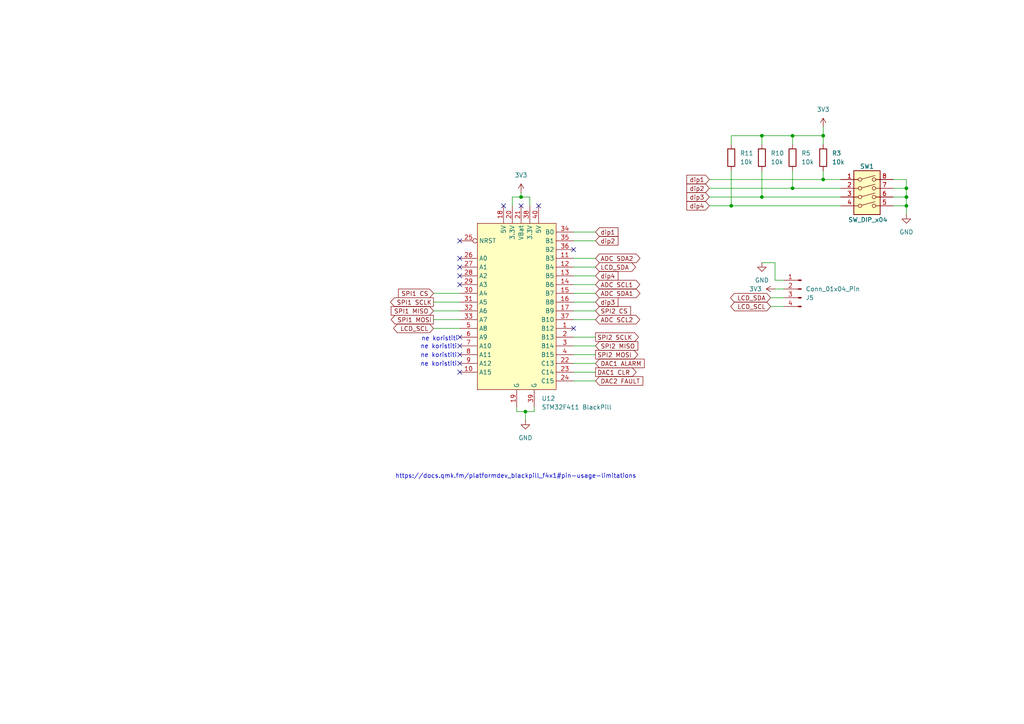
<source format=kicad_sch>
(kicad_sch (version 20250114) (generator "eeschema") (generator_version "9.0")
  (paper "A4")
  (title_block (date "2025-05-20") (rev "V1") (company "TVZ"))
  (lib_symbols
    (symbol "Connector:Conn_01x04_Pin" (pin_names (offset 1.016) (hide yes))
      (property "Reference" "J" (at 0 5.08 0))
      (property "Value" "Conn_01x04_Pin" (at 0 -7.62 0))
      (symbol "Conn_01x04_Pin_1_1"
        (rectangle (start 0.8636 2.667) (end 0 2.413) (stroke (width 0.1524)) (fill (type outline)))
        (rectangle (start 0.8636 0.127) (end 0 -0.127) (stroke (width 0.1524)) (fill (type outline)))
        (rectangle (start 0.8636 -2.413) (end 0 -2.667) (stroke (width 0.1524)) (fill (type outline)))
        (rectangle (start 0.8636 -4.953) (end 0 -5.207) (stroke (width 0.1524)) (fill (type outline)))
        (polyline (pts (xy 1.27 2.54) (xy 0.8636 2.54)) (stroke (width 0.1524)))
        (polyline (pts (xy 1.27 0) (xy 0.8636 0)) (stroke (width 0.1524)))
        (polyline (pts (xy 1.27 -2.54) (xy 0.8636 -2.54)) (stroke (width 0.1524)))
        (polyline (pts (xy 1.27 -5.08) (xy 0.8636 -5.08)) (stroke (width 0.1524)))
        (pin passive line (at 5.08 2.54 180) (length 3.81) (name "Pin_1") (number "1"))
        (pin passive line (at 5.08 0 180) (length 3.81) (name "Pin_2") (number "2"))
        (pin passive line (at 5.08 -2.54 180) (length 3.81) (name "Pin_3") (number "3"))
        (pin passive line (at 5.08 -5.08 180) (length 3.81) (name "Pin_4") (number "4"))
      )
    )
    (symbol "Device:R" (pin_numbers (hide yes)) (pin_names (offset 0))
      (property "Reference" "R" (at 2.032 0 90))
      (property "Value" "R" (at 0 0 90))
      (symbol "R_0_1"
        (rectangle (start -1.016 -2.54) (end 1.016 2.54) (stroke (width 0.254)))
      )
      (symbol "R_1_1"
        (pin passive line (at 0 3.81 270) (length 1.27) (name "~") (number "1"))
        (pin passive line (at 0 -3.81 90) (length 1.27) (name "~") (number "2"))
      )
    )
    (symbol "Switch:SW_DIP_x04" (pin_names (offset 0) (hide yes))
      (property "Reference" "SW" (at 0 8.89 0))
      (property "Value" "SW_DIP_x04" (at 0 -6.35 0))
      (symbol "SW_DIP_x04_0_0"
        (circle (center -2.032 5.08) (radius 0.508))
        (circle (center -2.032 2.54) (radius 0.508))
        (circle (center -2.032 0) (radius 0.508))
        (circle (center -2.032 -2.54) (radius 0.508))
        (polyline (pts (xy -1.524 5.207) (xy 2.3622 6.2484)))
        (polyline (pts (xy -1.524 2.667) (xy 2.3622 3.7084)))
        (polyline (pts (xy -1.524 0.127) (xy 2.3622 1.1684)))
        (polyline (pts (xy -1.524 -2.3876) (xy 2.3622 -1.3462)))
        (circle (center 2.032 5.08) (radius 0.508))
        (circle (center 2.032 2.54) (radius 0.508))
        (circle (center 2.032 0) (radius 0.508))
        (circle (center 2.032 -2.54) (radius 0.508))
      )
      (symbol "SW_DIP_x04_0_1"
        (rectangle (start -3.81 7.62) (end 3.81 -5.08) (stroke (width 0.254)) (fill (type background)))
      )
      (symbol "SW_DIP_x04_1_1"
        (pin passive line (at -7.62 5.08 0) (length 5.08) (name "~") (number "1"))
        (pin passive line (at -7.62 2.54 0) (length 5.08) (name "~") (number "2"))
        (pin passive line (at -7.62 0 0) (length 5.08) (name "~") (number "3"))
        (pin passive line (at -7.62 -2.54 0) (length 5.08) (name "~") (number "4"))
        (pin passive line (at 7.62 5.08 180) (length 5.08) (name "~") (number "8"))
        (pin passive line (at 7.62 2.54 180) (length 5.08) (name "~") (number "7"))
        (pin passive line (at 7.62 0 180) (length 5.08) (name "~") (number "6"))
        (pin passive line (at 7.62 -2.54 180) (length 5.08) (name "~") (number "5"))
      )
    )
    (symbol "power:+3V3" (power) (pin_numbers (hide yes)) (pin_names (offset 0) (hide yes))
      (property "Value" "+3V3" (at 0 3.556 0))
      (symbol "+3V3_0_1"
        (polyline (pts (xy -0.762 1.27) (xy 0 2.54)))
        (polyline (pts (xy 0 2.54) (xy 0.762 1.27)))
        (polyline (pts (xy 0 0) (xy 0 2.54)))
      )
      (symbol "+3V3_1_1"
        (pin power_in line (at 0 0 90) (length 0) (name "~") (number "1"))
      )
    )
    (symbol "power:GND" (power) (pin_numbers (hide yes)) (pin_names (offset 0) (hide yes))
      (property "Value" "GND" (at 0 -3.81 0))
      (symbol "GND_0_1"
        (polyline (pts (xy 0 0) (xy 0 -1.27) (xy 1.27 -1.27) (xy 0 -2.54) (xy -1.27 -1.27) (xy 0 -1.27)))
      )
      (symbol "GND_1_1"
        (pin power_in line (at 0 0 270) (length 0) (name "~") (number "1"))
      )
    )
    (symbol "stm32 blackpill:STM32F411_Black_Pill"
      (property "Reference" "U" (at -10.16 25.4 0))
      (property "Value" "STM32F411 BlackPill" (at -3.81 13.97 0))
      (symbol "STM32F411_Black_Pill_1_1"
        (rectangle (start -11.43 24.13) (end 11.43 -24.13) (fill (type background)))
        (pin bidirectional inverted (at -16.51 19.05 0) (length 5.08) (name "NRST") (number "25"))
        (pin bidirectional line (at -16.51 13.97 0) (length 5.08) (name "A0") (number "26"))
        (pin bidirectional line (at -16.51 11.43 0) (length 5.08) (name "A1") (number "27"))
        (pin bidirectional line (at -16.51 8.89 0) (length 5.08) (name "A2") (number "28"))
        (pin bidirectional line (at -16.51 6.35 0) (length 5.08) (name "A3") (number "29"))
        (pin bidirectional line (at -16.51 3.81 0) (length 5.08) (name "A4") (number "30"))
        (pin bidirectional line (at -16.51 1.27 0) (length 5.08) (name "A5") (number "31"))
        (pin bidirectional line (at -16.51 -1.27 0) (length 5.08) (name "A6") (number "32"))
        (pin bidirectional line (at -16.51 -3.81 0) (length 5.08) (name "A7") (number "33"))
        (pin bidirectional line (at -16.51 -6.35 0) (length 5.08) (name "A8") (number "5"))
        (pin bidirectional line (at -16.51 -8.89 0) (length 5.08) (name "A9") (number "6"))
        (pin bidirectional line (at -16.51 -11.43 0) (length 5.08) (name "A10") (number "7"))
        (pin bidirectional line (at -16.51 -13.97 0) (length 5.08) (name "A11") (number "8"))
        (pin bidirectional line (at -16.51 -16.51 0) (length 5.08) (name "A12") (number "9"))
        (pin bidirectional line (at -16.51 -19.05 0) (length 5.08) (name "A15") (number "10"))
        (pin bidirectional line (at -3.81 29.21 270) (length 5.08) (name "5V") (number "18"))
        (pin bidirectional line (at -1.27 29.21 270) (length 5.08) (name "3.3V") (number "20"))
        (pin bidirectional line (at 0 -29.21 90) (length 5.08) (name "G") (number "19"))
        (pin bidirectional line (at 1.27 29.21 270) (length 5.08) (name "VBat") (number "21"))
        (pin bidirectional line (at 3.81 29.21 270) (length 5.08) (name "3.3V") (number "38"))
        (pin bidirectional line (at 5.08 -29.21 90) (length 5.08) (name "G") (number "39"))
        (pin bidirectional line (at 6.35 29.21 270) (length 5.08) (name "5V") (number "40"))
        (pin bidirectional line (at 16.51 21.59 180) (length 5.08) (name "B0") (number "34"))
        (pin bidirectional line (at 16.51 19.05 180) (length 5.08) (name "B1") (number "35"))
        (pin bidirectional line (at 16.51 16.51 180) (length 5.08) (name "B2") (number "36"))
        (pin bidirectional line (at 16.51 13.97 180) (length 5.08) (name "B3") (number "11"))
        (pin bidirectional line (at 16.51 11.43 180) (length 5.08) (name "B4") (number "12"))
        (pin bidirectional line (at 16.51 8.89 180) (length 5.08) (name "B5") (number "13"))
        (pin bidirectional line (at 16.51 6.35 180) (length 5.08) (name "B6") (number "14"))
        (pin bidirectional line (at 16.51 3.81 180) (length 5.08) (name "B7") (number "15"))
        (pin bidirectional line (at 16.51 1.27 180) (length 5.08) (name "B8") (number "16"))
        (pin bidirectional line (at 16.51 -1.27 180) (length 5.08) (name "B9") (number "17"))
        (pin bidirectional line (at 16.51 -3.81 180) (length 5.08) (name "B10") (number "37"))
        (pin bidirectional line (at 16.51 -6.35 180) (length 5.08) (name "B12") (number "1"))
        (pin bidirectional line (at 16.51 -8.89 180) (length 5.08) (name "B13") (number "2"))
        (pin bidirectional line (at 16.51 -11.43 180) (length 5.08) (name "B14") (number "3"))
        (pin bidirectional line (at 16.51 -13.97 180) (length 5.08) (name "B15") (number "4"))
        (pin bidirectional line (at 16.51 -16.51 180) (length 5.08) (name "C13") (number "22"))
        (pin bidirectional line (at 16.51 -19.05 180) (length 5.08) (name "C14") (number "23"))
        (pin bidirectional line (at 16.51 -21.59 180) (length 5.08) (name "C15") (number "24"))
      )
    )
  )
  (text "https://docs.qmk.fm/platformdev_blackpill_f4x1#pin-usage-limitations" (at 149.606 138.176 0) (effects (font (size 1.27 1.27))))
  (text "ne koristiti" (at 127.508 98.298 0) (effects (font (size 1.27 1.27))))
  (text "ne koristiti" (at 127.254 103.124 0) (effects (font (size 1.27 1.27))))
  (text "ne koristiti" (at 127.254 105.664 0) (effects (font (size 1.27 1.27))))
  (text "ne koristiti" (at 127.254 100.584 0) (effects (font (size 1.27 1.27))))
  (junction (at 229.87 54.61))
  (junction (at 238.76 39.37))
  (junction (at 262.89 59.69))
  (junction (at 262.89 57.15))
  (junction (at 152.4 119.38))
  (junction (at 220.98 57.15))
  (junction (at 212.09 59.69))
  (junction (at 238.76 52.07))
  (junction (at 151.13 57.15))
  (junction (at 220.98 39.37))
  (junction (at 229.87 39.37))
  (junction (at 262.89 54.61))
  (no_connect (at 166.37 95.25))
  (no_connect (at 133.35 107.95))
  (no_connect (at 133.35 105.41))
  (no_connect (at 133.35 69.85))
  (no_connect (at 133.35 97.79))
  (no_connect (at 133.35 77.47))
  (no_connect (at 156.21 59.69))
  (no_connect (at 133.35 82.55))
  (no_connect (at 133.35 80.01))
  (no_connect (at 133.35 74.93))
  (no_connect (at 146.05 59.69))
  (no_connect (at 133.35 102.87))
  (no_connect (at 133.35 100.33))
  (no_connect (at 151.13 59.69))
  (no_connect (at 166.37 72.39))
  (wire (pts (xy 212.09 39.37) (xy 220.98 39.37)))
  (wire (pts (xy 166.37 82.55) (xy 172.72 82.55)))
  (wire (pts (xy 238.76 52.07) (xy 243.84 52.07)))
  (wire (pts (xy 151.13 57.15) (xy 153.67 57.15)))
  (wire (pts (xy 238.76 49.53) (xy 238.76 52.07)))
  (wire (pts (xy 151.13 55.88) (xy 151.13 57.15)))
  (wire (pts (xy 220.98 39.37) (xy 229.87 39.37)))
  (wire (pts (xy 166.37 74.93) (xy 172.72 74.93)))
  (wire (pts (xy 229.87 54.61) (xy 243.84 54.61)))
  (wire (pts (xy 229.87 41.91) (xy 229.87 39.37)))
  (wire (pts (xy 166.37 107.95) (xy 172.72 107.95)))
  (wire (pts (xy 153.67 57.15) (xy 153.67 59.69)))
  (wire (pts (xy 212.09 41.91) (xy 212.09 39.37)))
  (wire (pts (xy 220.98 57.15) (xy 243.84 57.15)))
  (wire (pts (xy 220.98 39.37) (xy 220.98 41.91)))
  (wire (pts (xy 152.4 119.38) (xy 152.4 121.92)))
  (wire (pts (xy 262.89 59.69) (xy 262.89 62.23)))
  (wire (pts (xy 125.73 87.63) (xy 133.35 87.63)))
  (wire (pts (xy 224.79 81.28) (xy 227.33 81.28)))
  (wire (pts (xy 229.87 39.37) (xy 238.76 39.37)))
  (wire (pts (xy 166.37 69.85) (xy 172.72 69.85)))
  (wire (pts (xy 148.59 59.69) (xy 148.59 57.15)))
  (wire (pts (xy 212.09 49.53) (xy 212.09 59.69)))
  (wire (pts (xy 224.79 83.82) (xy 227.33 83.82)))
  (wire (pts (xy 166.37 92.71) (xy 172.72 92.71)))
  (wire (pts (xy 259.08 59.69) (xy 262.89 59.69)))
  (wire (pts (xy 262.89 57.15) (xy 262.89 59.69)))
  (wire (pts (xy 166.37 80.01) (xy 172.72 80.01)))
  (wire (pts (xy 205.74 57.15) (xy 220.98 57.15)))
  (wire (pts (xy 223.52 88.9) (xy 227.33 88.9)))
  (wire (pts (xy 166.37 87.63) (xy 172.72 87.63)))
  (wire (pts (xy 149.86 119.38) (xy 152.4 119.38)))
  (wire (pts (xy 238.76 41.91) (xy 238.76 39.37)))
  (wire (pts (xy 262.89 52.07) (xy 262.89 54.61)))
  (wire (pts (xy 262.89 54.61) (xy 262.89 57.15)))
  (wire (pts (xy 238.76 36.83) (xy 238.76 39.37)))
  (wire (pts (xy 166.37 97.79) (xy 172.72 97.79)))
  (wire (pts (xy 152.4 119.38) (xy 154.94 119.38)))
  (wire (pts (xy 166.37 105.41) (xy 172.72 105.41)))
  (wire (pts (xy 212.09 59.69) (xy 243.84 59.69)))
  (wire (pts (xy 125.73 95.25) (xy 133.35 95.25)))
  (wire (pts (xy 259.08 57.15) (xy 262.89 57.15)))
  (wire (pts (xy 125.73 85.09) (xy 133.35 85.09)))
  (wire (pts (xy 166.37 77.47) (xy 172.72 77.47)))
  (wire (pts (xy 224.79 76.2) (xy 224.79 81.28)))
  (wire (pts (xy 148.59 57.15) (xy 151.13 57.15)))
  (wire (pts (xy 154.94 119.38) (xy 154.94 118.11)))
  (wire (pts (xy 149.86 119.38) (xy 149.86 118.11)))
  (wire (pts (xy 166.37 100.33) (xy 172.72 100.33)))
  (wire (pts (xy 220.98 76.2) (xy 224.79 76.2)))
  (wire (pts (xy 205.74 54.61) (xy 229.87 54.61)))
  (wire (pts (xy 125.73 90.17) (xy 133.35 90.17)))
  (wire (pts (xy 220.98 49.53) (xy 220.98 57.15)))
  (wire (pts (xy 259.08 52.07) (xy 262.89 52.07)))
  (wire (pts (xy 205.74 52.07) (xy 238.76 52.07)))
  (wire (pts (xy 166.37 67.31) (xy 172.72 67.31)))
  (wire (pts (xy 229.87 49.53) (xy 229.87 54.61)))
  (wire (pts (xy 223.52 86.36) (xy 227.33 86.36)))
  (wire (pts (xy 259.08 54.61) (xy 262.89 54.61)))
  (wire (pts (xy 205.74 59.69) (xy 212.09 59.69)))
  (wire (pts (xy 125.73 92.71) (xy 133.35 92.71)))
  (wire (pts (xy 166.37 90.17) (xy 172.72 90.17)))
  (wire (pts (xy 166.37 102.87) (xy 172.72 102.87)))
  (wire (pts (xy 166.37 85.09) (xy 172.72 85.09)))
  (wire (pts (xy 166.37 110.49) (xy 172.72 110.49)))
  (global_label "ADC SDA1" (shape bidirectional) (at 172.72 85.09 0) (property "Intersheetrefs" "${INTERSHEET_REFS}" (effects (hide yes))))
  (global_label "dip4" (shape input) (at 205.74 59.69 180) (property "Intersheetrefs" "${INTERSHEET_REFS}" (effects (hide yes))))
  (global_label "dip1" (shape input) (at 205.74 52.07 180) (property "Intersheetrefs" "${INTERSHEET_REFS}" (effects (hide yes))))
  (global_label "SPI1 MISO" (shape input) (at 125.73 90.17 180) (property "Intersheetrefs" "${INTERSHEET_REFS}" (effects (hide yes))))
  (global_label "SPI2 MISO" (shape input) (at 172.72 100.33 0) (property "Intersheetrefs" "${INTERSHEET_REFS}" (effects (hide yes))))
  (global_label "dip1" (shape input) (at 172.72 67.31 0) (property "Intersheetrefs" "${INTERSHEET_REFS}" (effects (hide yes))))
  (global_label "SPI2 CS" (shape input) (at 172.72 90.17 0) (property "Intersheetrefs" "${INTERSHEET_REFS}" (effects (hide yes))))
  (global_label "DAC2 FAULT" (shape input) (at 172.72 110.49 0) (property "Intersheetrefs" "${INTERSHEET_REFS}" (effects (hide yes))))
  (global_label "DAC1 ALARM" (shape input) (at 172.72 105.41 0) (property "Intersheetrefs" "${INTERSHEET_REFS}" (effects (hide yes))))
  (global_label "dip3" (shape input) (at 172.72 87.63 0) (property "Intersheetrefs" "${INTERSHEET_REFS}" (effects (hide yes))))
  (global_label "LCD_SDA" (shape bidirectional) (at 172.72 77.47 0) (property "Intersheetrefs" "${INTERSHEET_REFS}" (effects (hide yes))))
  (global_label "SPI2 SCLK" (shape output) (at 172.72 97.79 0) (property "Intersheetrefs" "${INTERSHEET_REFS}" (effects (hide yes))))
  (global_label "SPI1 CS" (shape input) (at 125.73 85.09 180) (property "Intersheetrefs" "${INTERSHEET_REFS}" (effects (hide yes))))
  (global_label "SPI2 MOSI" (shape output) (at 172.72 102.87 0) (property "Intersheetrefs" "${INTERSHEET_REFS}" (effects (hide yes))))
  (global_label "SPI1 SCLK" (shape output) (at 125.73 87.63 180) (property "Intersheetrefs" "${INTERSHEET_REFS}" (effects (hide yes))))
  (global_label "ADC SDA2" (shape bidirectional) (at 172.72 74.93 0) (property "Intersheetrefs" "${INTERSHEET_REFS}" (effects (hide yes))))
  (global_label "LCD_SDA" (shape bidirectional) (at 223.52 86.36 180) (property "Intersheetrefs" "${INTERSHEET_REFS}" (effects (hide yes))))
  (global_label "LCD_SCL" (shape bidirectional) (at 125.73 95.25 180) (property "Intersheetrefs" "${INTERSHEET_REFS}" (effects (hide yes))))
  (global_label "dip3" (shape input) (at 205.74 57.15 180) (property "Intersheetrefs" "${INTERSHEET_REFS}" (effects (hide yes))))
  (global_label "dip2" (shape input) (at 172.72 69.85 0) (property "Intersheetrefs" "${INTERSHEET_REFS}" (effects (hide yes))))
  (global_label "SPI1 MOSI" (shape output) (at 125.73 92.71 180) (property "Intersheetrefs" "${INTERSHEET_REFS}" (effects (hide yes))))
  (global_label "DAC1 CLR" (shape output) (at 172.72 107.95 0) (property "Intersheetrefs" "${INTERSHEET_REFS}" (effects (hide yes))))
  (global_label "LCD_SCL" (shape bidirectional) (at 223.52 88.9 180) (property "Intersheetrefs" "${INTERSHEET_REFS}" (effects (hide yes))))
  (global_label "dip2" (shape input) (at 205.74 54.61 180) (property "Intersheetrefs" "${INTERSHEET_REFS}" (effects (hide yes))))
  (global_label "dip4" (shape input) (at 172.72 80.01 0) (property "Intersheetrefs" "${INTERSHEET_REFS}" (effects (hide yes))))
  (global_label "ADC SCL1" (shape bidirectional) (at 172.72 82.55 0) (property "Intersheetrefs" "${INTERSHEET_REFS}" (effects (hide yes))))
  (global_label "ADC SCL2" (shape bidirectional) (at 172.72 92.71 0) (property "Intersheetrefs" "${INTERSHEET_REFS}" (effects (hide yes))))
  (symbol (lib_id "power:GND") (at 262.89 62.23 0) (unit 1)
    (property "Reference" "#PWR069" (effects (hide yes)))
    (property "Value" "GND" (at 262.89 67.31 0))
    (property "Description" "Power symbol creates a global label with name \"GND\" , ground" (effects (hide yes)))
  )
  (symbol (lib_id "stm32 blackpill:STM32F411_Black_Pill") (at 149.86 88.9 0) (unit 1)
    (property "Reference" "U12" (at 157.0833 115.57 0) (effects (justify left)))
    (property "Value" "STM32F411 BlackPill" (at 157.0833 118.11 0) (effects (justify left)))
    (property "Footprint" "stm32 blackpill:STM32F411_Black_Pill" (effects (hide yes)))
    (property "Datasheet" "https://docs.zephyrproject.org/latest/boards/arm/blackpill_f411ce/doc/index.html" (effects (hide yes)))
    (property "Description" "WeAct Black Pill V2.0 development board, based STM32F411CE, made by Dony Setiawan" (effects (hide yes)))
  )
  (symbol (lib_id "power:+3V3") (at 151.13 55.88 0) (unit 1)
    (property "Reference" "#PWR067" (effects (hide yes)))
    (property "Value" "3V3" (at 151.13 50.8 0))
    (property "Description" "Power symbol creates a global label with name \"+3V3\"" (effects (hide yes)))
  )
  (symbol (lib_id "Device:R") (at 220.98 45.72 0) (unit 1)
    (property "Reference" "R10" (at 223.52 44.4499 0) (effects (justify left)))
    (property "Value" "10k" (at 223.52 46.9899 0) (effects (justify left)))
    (property "Footprint" "Resistor_SMD:R_0805_2012Metric_Pad1.20x1.40mm_HandSolder" (effects (hide yes)))
    (property "Description" "Resistor" (effects (hide yes)))
  )
  (symbol (lib_id "power:GND") (at 152.4 121.92 0) (unit 1)
    (property "Reference" "#PWR066" (effects (hide yes)))
    (property "Value" "GND" (at 152.4 127 0))
    (property "Description" "Power symbol creates a global label with name \"GND\" , ground" (effects (hide yes)))
  )
  (symbol (lib_id "Switch:SW_DIP_x04") (at 251.46 57.15 0) (unit 1)
    (property "Reference" "SW1" (at 251.46 48.26 0))
    (property "Value" "SW_DIP_x04" (at 251.714 63.754 0))
    (property "Footprint" "Button_Switch_THT:SW_DIP_SPSTx04_Slide_9.78x12.34mm_W7.62mm_P2.54mm" (effects (hide yes)))
    (property "Description" "4x DIP Switch, Single Pole Single Throw (SPST) switch, small symbol" (effects (hide yes)))
  )
  (symbol (lib_id "Device:R") (at 238.76 45.72 0) (unit 1)
    (property "Reference" "R3" (at 241.3 44.4499 0) (effects (justify left)))
    (property "Value" "10k" (at 241.3 46.9899 0) (effects (justify left)))
    (property "Footprint" "Resistor_SMD:R_0805_2012Metric_Pad1.20x1.40mm_HandSolder" (effects (hide yes)))
    (property "Description" "Resistor" (effects (hide yes)))
  )
  (symbol (lib_id "power:+3V3") (at 224.79 83.82 90) (unit 1)
    (property "Reference" "#PWR056" (effects (hide yes)))
    (property "Value" "3V3" (at 220.98 83.8199 90) (effects (justify left)))
    (property "Description" "Power symbol creates a global label with name \"+3V3\"" (effects (hide yes)))
  )
  (symbol (lib_id "Device:R") (at 229.87 45.72 0) (unit 1)
    (property "Reference" "R5" (at 232.41 44.4499 0) (effects (justify left)))
    (property "Value" "10k" (at 232.41 46.9899 0) (effects (justify left)))
    (property "Footprint" "Resistor_SMD:R_0805_2012Metric_Pad1.20x1.40mm_HandSolder" (effects (hide yes)))
    (property "Description" "Resistor" (effects (hide yes)))
  )
  (symbol (lib_id "power:GND") (at 220.98 76.2 0) (unit 1)
    (property "Reference" "#PWR055" (effects (hide yes)))
    (property "Value" "GND" (at 220.98 81.28 0))
    (property "Description" "Power symbol creates a global label with name \"GND\" , ground" (effects (hide yes)))
  )
  (symbol (lib_id "power:+3V3") (at 238.76 36.83 0) (unit 1)
    (property "Reference" "#PWR068" (effects (hide yes)))
    (property "Value" "3V3" (at 238.76 31.75 0))
    (property "Description" "Power symbol creates a global label with name \"+3V3\"" (effects (hide yes)))
  )
  (symbol (lib_id "Connector:Conn_01x04_Pin") (at 232.41 83.82 0) (mirror y) (unit 1)
    (property "Reference" "J5" (at 233.68 86.3601 0) (effects (justify right)))
    (property "Value" "Conn_01x04_Pin" (at 233.68 83.8201 0) (effects (justify right)))
    (property "Footprint" "Connector_PinHeader_1.27mm:PinHeader_1x04_P1.27mm_Vertical" (effects (hide yes)))
    (property "Description" "Generic connector, single row, 01x04, script generated" (effects (hide yes)))
  )
  (symbol (lib_id "Device:R") (at 212.09 45.72 0) (unit 1)
    (property "Reference" "R11" (at 214.63 44.4499 0) (effects (justify left)))
    (property "Value" "10k" (at 214.63 46.9899 0) (effects (justify left)))
    (property "Footprint" "Resistor_SMD:R_0805_2012Metric_Pad1.20x1.40mm_HandSolder" (effects (hide yes)))
    (property "Description" "Resistor" (effects (hide yes)))
  )
)
</source>
